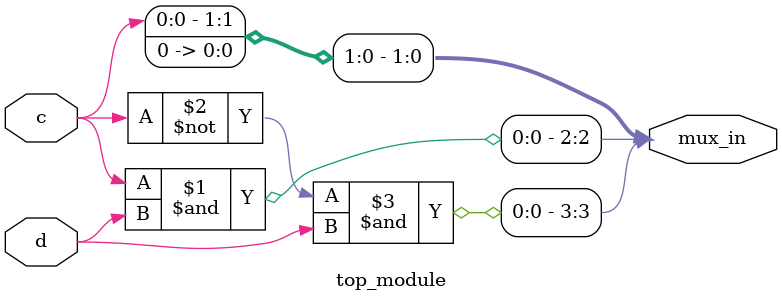
<source format=sv>
module top_module (
    input c,
    input d,
    output [3:0] mux_in
);

assign mux_in[0] = 1'b0;
assign mux_in[1] = c;
assign mux_in[2] = c & d;
assign mux_in[3] = (~c) & d;

endmodule

</source>
